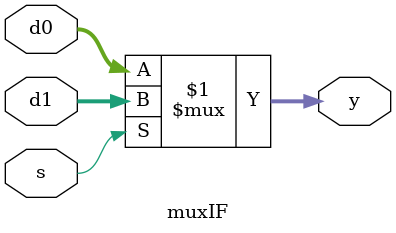
<source format=sv>
`timescale 1ns / 1ps
module muxIF
    #(parameter WIDTH = 9)
    (input logic [WIDTH-1:0] d0, d1,
     input logic s,
     output logic [WIDTH-1:0] y);

assign y = s ? d1 : d0;

endmodule

</source>
